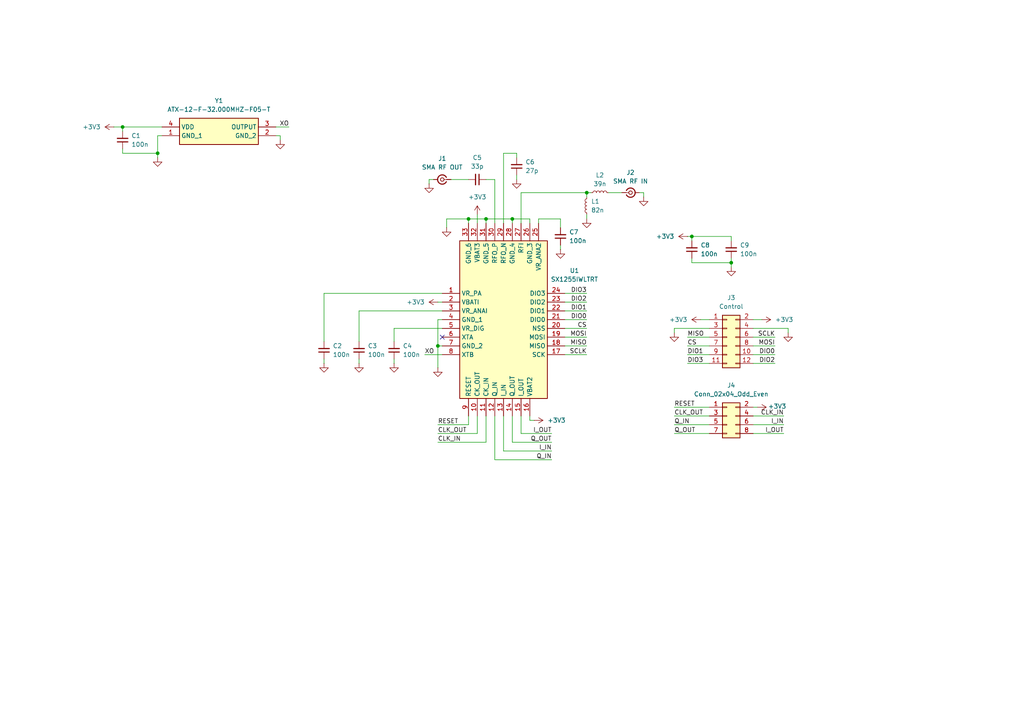
<source format=kicad_sch>
(kicad_sch (version 20250114) (generator "eeschema") (generator_version "9.0")
  (paper "A4")
  (lib_symbols
    (symbol "Connector:Conn_Coaxial_Small" (pin_numbers (hide yes)) (pin_names (offset 1.016) (hide yes))
      (property "Reference" "J" (at 0.254 3.048 0))
      (property "Value" "Conn_Coaxial_Small" (at 0 -3.81 0))
      (symbol "Conn_Coaxial_Small_0_1"
        (polyline (pts (xy -2.54 0) (xy -0.508 0)))
        (circle (center 0 0) (radius 0.508) (stroke (width 0.2032)))
      )
      (symbol "Conn_Coaxial_Small_1_1"
        (arc (start 1.3484 0.0039) (mid 0.327 -1.308) (end -1.1916 -0.6311) (stroke (width 0.3048)))
        (arc (start -1.1916 0.6311) (mid 0.327 1.3081) (end 1.3484 -0.0039) (stroke (width 0.3048)))
        (pin passive line (at -2.54 0 0) (length 1.27) (name "In") (number "1"))
        (pin passive line (at 2.54 0 180) (length 1.27) (name "Ext") (number "2"))
      )
    )
    (symbol "Connector_Generic:Conn_02x04_Odd_Even" (pin_names (offset 1.016) (hide yes))
      (property "Reference" "J" (at 1.27 5.08 0))
      (property "Value" "Conn_02x04_Odd_Even" (at 1.27 -7.62 0))
      (symbol "Conn_02x04_Odd_Even_1_1"
        (rectangle (start -1.27 3.81) (end 3.81 -6.35) (stroke (width 0.254)) (fill (type background)))
        (rectangle (start -1.27 2.667) (end 0 2.413) (stroke (width 0.1524)))
        (rectangle (start -1.27 0.127) (end 0 -0.127) (stroke (width 0.1524)))
        (rectangle (start -1.27 -2.413) (end 0 -2.667) (stroke (width 0.1524)))
        (rectangle (start -1.27 -4.953) (end 0 -5.207) (stroke (width 0.1524)))
        (rectangle (start 3.81 2.667) (end 2.54 2.413) (stroke (width 0.1524)))
        (rectangle (start 3.81 0.127) (end 2.54 -0.127) (stroke (width 0.1524)))
        (rectangle (start 3.81 -2.413) (end 2.54 -2.667) (stroke (width 0.1524)))
        (rectangle (start 3.81 -4.953) (end 2.54 -5.207) (stroke (width 0.1524)))
        (pin passive line (at -5.08 2.54 0) (length 3.81) (name "Pin_1") (number "1"))
        (pin passive line (at -5.08 0 0) (length 3.81) (name "Pin_3") (number "3"))
        (pin passive line (at -5.08 -2.54 0) (length 3.81) (name "Pin_5") (number "5"))
        (pin passive line (at -5.08 -5.08 0) (length 3.81) (name "Pin_7") (number "7"))
        (pin passive line (at 7.62 2.54 180) (length 3.81) (name "Pin_2") (number "2"))
        (pin passive line (at 7.62 0 180) (length 3.81) (name "Pin_4") (number "4"))
        (pin passive line (at 7.62 -2.54 180) (length 3.81) (name "Pin_6") (number "6"))
        (pin passive line (at 7.62 -5.08 180) (length 3.81) (name "Pin_8") (number "8"))
      )
    )
    (symbol "Connector_Generic:Conn_02x06_Odd_Even" (pin_names (offset 1.016) (hide yes))
      (property "Reference" "J" (at 1.27 7.62 0))
      (property "Value" "Conn_02x06_Odd_Even" (at 1.27 -10.16 0))
      (symbol "Conn_02x06_Odd_Even_1_1"
        (rectangle (start -1.27 6.35) (end 3.81 -8.89) (stroke (width 0.254)) (fill (type background)))
        (rectangle (start -1.27 5.207) (end 0 4.953) (stroke (width 0.1524)))
        (rectangle (start -1.27 2.667) (end 0 2.413) (stroke (width 0.1524)))
        (rectangle (start -1.27 0.127) (end 0 -0.127) (stroke (width 0.1524)))
        (rectangle (start -1.27 -2.413) (end 0 -2.667) (stroke (width 0.1524)))
        (rectangle (start -1.27 -4.953) (end 0 -5.207) (stroke (width 0.1524)))
        (rectangle (start -1.27 -7.493) (end 0 -7.747) (stroke (width 0.1524)))
        (rectangle (start 3.81 5.207) (end 2.54 4.953) (stroke (width 0.1524)))
        (rectangle (start 3.81 2.667) (end 2.54 2.413) (stroke (width 0.1524)))
        (rectangle (start 3.81 0.127) (end 2.54 -0.127) (stroke (width 0.1524)))
        (rectangle (start 3.81 -2.413) (end 2.54 -2.667) (stroke (width 0.1524)))
        (rectangle (start 3.81 -4.953) (end 2.54 -5.207) (stroke (width 0.1524)))
        (rectangle (start 3.81 -7.493) (end 2.54 -7.747) (stroke (width 0.1524)))
        (pin passive line (at -5.08 5.08 0) (length 3.81) (name "Pin_1") (number "1"))
        (pin passive line (at -5.08 2.54 0) (length 3.81) (name "Pin_3") (number "3"))
        (pin passive line (at -5.08 0 0) (length 3.81) (name "Pin_5") (number "5"))
        (pin passive line (at -5.08 -2.54 0) (length 3.81) (name "Pin_7") (number "7"))
        (pin passive line (at -5.08 -5.08 0) (length 3.81) (name "Pin_9") (number "9"))
        (pin passive line (at -5.08 -7.62 0) (length 3.81) (name "Pin_11") (number "11"))
        (pin passive line (at 7.62 5.08 180) (length 3.81) (name "Pin_2") (number "2"))
        (pin passive line (at 7.62 2.54 180) (length 3.81) (name "Pin_4") (number "4"))
        (pin passive line (at 7.62 0 180) (length 3.81) (name "Pin_6") (number "6"))
        (pin passive line (at 7.62 -2.54 180) (length 3.81) (name "Pin_8") (number "8"))
        (pin passive line (at 7.62 -5.08 180) (length 3.81) (name "Pin_10") (number "10"))
        (pin passive line (at 7.62 -7.62 180) (length 3.81) (name "Pin_12") (number "12"))
      )
    )
    (symbol "Device:C_Small" (pin_numbers (hide yes)) (pin_names (offset 0.254) (hide yes))
      (property "Reference" "C" (at 0.254 1.778 0))
      (property "Value" "C_Small" (at 0.254 -2.032 0))
      (symbol "C_Small_0_1"
        (polyline (pts (xy -1.524 0.508) (xy 1.524 0.508)) (stroke (width 0.3048)))
        (polyline (pts (xy -1.524 -0.508) (xy 1.524 -0.508)) (stroke (width 0.3302)))
      )
      (symbol "C_Small_1_1"
        (pin passive line (at 0 2.54 270) (length 2.032) (name "~") (number "1"))
        (pin passive line (at 0 -2.54 90) (length 2.032) (name "~") (number "2"))
      )
    )
    (symbol "Device:L_Small" (pin_numbers (hide yes)) (pin_names (offset 0.254) (hide yes))
      (property "Reference" "L" (at 0.762 1.016 0))
      (property "Value" "L_Small" (at 0.762 -1.016 0))
      (symbol "L_Small_0_1"
        (arc (start 0 2.032) (mid 0.5058 1.524) (end 0 1.016))
        (arc (start 0 1.016) (mid 0.5058 0.508) (end 0 0))
        (arc (start 0 0) (mid 0.5058 -0.508) (end 0 -1.016))
        (arc (start 0 -1.016) (mid 0.5058 -1.524) (end 0 -2.032))
      )
      (symbol "L_Small_1_1"
        (pin passive line (at 0 2.54 270) (length 0.508) (name "~") (number "1"))
        (pin passive line (at 0 -2.54 90) (length 0.508) (name "~") (number "2"))
      )
    )
    (symbol "SamacSys_Parts:ATX-12-F-32.000MHZ-F05-T"
      (property "Reference" "Y" (at 29.21 7.62 0))
      (property "Value" "ATX-12-F-32.000MHZ-F05-T" (at 29.21 5.08 0))
      (symbol "ATX-12-F-32.000MHZ-F05-T_1_1"
        (rectangle (start 5.08 2.54) (end 27.94 -5.08) (stroke (width 0.254)) (fill (type background)))
        (pin passive line (at 0 0 0) (length 5.08) (name "VDD") (number "4"))
        (pin passive line (at 0 -2.54 0) (length 5.08) (name "GND_1") (number "1"))
        (pin passive line (at 33.02 0 180) (length 5.08) (name "OUTPUT") (number "3"))
        (pin passive line (at 33.02 -2.54 180) (length 5.08) (name "GND_2") (number "2"))
      )
    )
    (symbol "SamacSys_Parts:SX1255IWLTRT"
      (property "Reference" "IC" (at 31.75 20.32 0))
      (property "Value" "SX1255IWLTRT" (at 31.75 17.78 0))
      (symbol "SX1255IWLTRT_1_1"
        (rectangle (start 5.08 15.24) (end 30.48 -30.48) (stroke (width 0.254)) (fill (type background)))
        (pin passive line (at 0 0 0) (length 5.08) (name "VR_PA") (number "1"))
        (pin passive line (at 0 -2.54 0) (length 5.08) (name "VBATI") (number "2"))
        (pin passive line (at 0 -5.08 0) (length 5.08) (name "VR_ANAI") (number "3"))
        (pin passive line (at 0 -7.62 0) (length 5.08) (name "GND_1") (number "4"))
        (pin passive line (at 0 -10.16 0) (length 5.08) (name "VR_DIG") (number "5"))
        (pin passive line (at 0 -12.7 0) (length 5.08) (name "XTA") (number "6"))
        (pin passive line (at 0 -15.24 0) (length 5.08) (name "GND_2") (number "7"))
        (pin passive line (at 0 -17.78 0) (length 5.08) (name "XTB") (number "8"))
        (pin passive line (at 7.62 20.32 270) (length 5.08) (name "GND_6") (number "33"))
        (pin passive line (at 7.62 -35.56 90) (length 5.08) (name "RESET") (number "9"))
        (pin passive line (at 10.16 20.32 270) (length 5.08) (name "VBAT3") (number "32"))
        (pin passive line (at 10.16 -35.56 90) (length 5.08) (name "CK_OUT") (number "10"))
        (pin passive line (at 12.7 20.32 270) (length 5.08) (name "GND_5") (number "31"))
        (pin passive line (at 12.7 -35.56 90) (length 5.08) (name "CK_IN") (number "11"))
        (pin passive line (at 15.24 20.32 270) (length 5.08) (name "RFO_P") (number "30"))
        (pin passive line (at 15.24 -35.56 90) (length 5.08) (name "Q_IN") (number "12"))
        (pin passive line (at 17.78 20.32 270) (length 5.08) (name "RFO_N") (number "29"))
        (pin passive line (at 17.78 -35.56 90) (length 5.08) (name "I_IN") (number "13"))
        (pin passive line (at 20.32 20.32 270) (length 5.08) (name "GND_4") (number "28"))
        (pin passive line (at 20.32 -35.56 90) (length 5.08) (name "Q_OUT") (number "14"))
        (pin passive line (at 22.86 20.32 270) (length 5.08) (name "RFI") (number "27"))
        (pin passive line (at 22.86 -35.56 90) (length 5.08) (name "I_OUT") (number "15"))
        (pin passive line (at 25.4 20.32 270) (length 5.08) (name "GND_3") (number "26"))
        (pin passive line (at 25.4 -35.56 90) (length 5.08) (name "VBAT2") (number "16"))
        (pin passive line (at 27.94 20.32 270) (length 5.08) (name "VR_ANA2") (number "25"))
        (pin passive line (at 35.56 0 180) (length 5.08) (name "DIO3") (number "24"))
        (pin passive line (at 35.56 -2.54 180) (length 5.08) (name "DIO2") (number "23"))
        (pin passive line (at 35.56 -5.08 180) (length 5.08) (name "DIO1") (number "22"))
        (pin passive line (at 35.56 -7.62 180) (length 5.08) (name "DIO0") (number "21"))
        (pin passive line (at 35.56 -10.16 180) (length 5.08) (name "NSS") (number "20"))
        (pin passive line (at 35.56 -12.7 180) (length 5.08) (name "MOSI") (number "19"))
        (pin passive line (at 35.56 -15.24 180) (length 5.08) (name "MISO") (number "18"))
        (pin passive line (at 35.56 -17.78 180) (length 5.08) (name "SCK") (number "17"))
      )
    )
    (symbol "power:+3V3" (power) (pin_numbers (hide yes)) (pin_names (offset 0) (hide yes))
      (property "Value" "+3V3" (at 0 3.556 0))
      (symbol "+3V3_0_1"
        (polyline (pts (xy -0.762 1.27) (xy 0 2.54)))
        (polyline (pts (xy 0 2.54) (xy 0.762 1.27)))
        (polyline (pts (xy 0 0) (xy 0 2.54)))
      )
      (symbol "+3V3_1_1"
        (pin power_in line (at 0 0 90) (length 0) (name "~") (number "1"))
      )
    )
    (symbol "power:GND" (power) (pin_numbers (hide yes)) (pin_names (offset 0) (hide yes))
      (property "Value" "GND" (at 0 -3.81 0))
      (symbol "GND_0_1"
        (polyline (pts (xy 0 0) (xy 0 -1.27) (xy 1.27 -1.27) (xy 0 -2.54) (xy -1.27 -1.27) (xy 0 -1.27)))
      )
      (symbol "GND_1_1"
        (pin power_in line (at 0 0 270) (length 0) (name "~") (number "1"))
      )
    )
  )
  (junction (at 148.59 63.5))
  (junction (at 212.09 76.2))
  (junction (at 45.72 44.45))
  (junction (at 140.97 63.5))
  (junction (at 35.56 36.83))
  (junction (at 135.89 63.5))
  (junction (at 127 100.33))
  (junction (at 170.18 55.88))
  (junction (at 200.66 68.58))
  (no_connect (at 128.27 97.79))
  (wire (pts (xy 228.6 96.52) (xy 228.6 95.25)))
  (wire (pts (xy 227.33 123.19) (xy 218.44 123.19)))
  (wire (pts (xy 162.56 72.39) (xy 162.56 71.12)))
  (wire (pts (xy 143.51 120.65) (xy 143.51 133.35)))
  (wire (pts (xy 114.3 95.25) (xy 128.27 95.25)))
  (wire (pts (xy 218.44 105.41) (xy 224.79 105.41)))
  (wire (pts (xy 163.83 100.33) (xy 170.18 100.33)))
  (wire (pts (xy 205.74 105.41) (xy 199.39 105.41)))
  (wire (pts (xy 203.2 92.71) (xy 205.74 92.71)))
  (wire (pts (xy 128.27 92.71) (xy 127 92.71)))
  (wire (pts (xy 35.56 36.83) (xy 35.56 38.1)))
  (wire (pts (xy 45.72 39.37) (xy 46.99 39.37)))
  (wire (pts (xy 93.98 105.41) (xy 93.98 104.14)))
  (wire (pts (xy 148.59 128.27) (xy 160.02 128.27)))
  (wire (pts (xy 195.58 118.11) (xy 205.74 118.11)))
  (wire (pts (xy 163.83 87.63) (xy 170.18 87.63)))
  (wire (pts (xy 124.46 52.07) (xy 124.46 53.34)))
  (wire (pts (xy 186.69 57.15) (xy 186.69 55.88)))
  (wire (pts (xy 200.66 76.2) (xy 212.09 76.2)))
  (wire (pts (xy 170.18 55.88) (xy 171.45 55.88)))
  (wire (pts (xy 127 92.71) (xy 127 100.33)))
  (wire (pts (xy 163.83 85.09) (xy 170.18 85.09)))
  (wire (pts (xy 163.83 102.87) (xy 170.18 102.87)))
  (wire (pts (xy 149.86 44.45) (xy 146.05 44.45)))
  (wire (pts (xy 130.81 52.07) (xy 135.89 52.07)))
  (wire (pts (xy 195.58 120.65) (xy 205.74 120.65)))
  (wire (pts (xy 140.97 128.27) (xy 140.97 120.65)))
  (wire (pts (xy 200.66 68.58) (xy 199.39 68.58)))
  (wire (pts (xy 212.09 69.85) (xy 212.09 68.58)))
  (wire (pts (xy 205.74 95.25) (xy 195.58 95.25)))
  (wire (pts (xy 151.13 55.88) (xy 170.18 55.88)))
  (wire (pts (xy 104.14 105.41) (xy 104.14 104.14)))
  (wire (pts (xy 218.44 100.33) (xy 224.79 100.33)))
  (wire (pts (xy 148.59 63.5) (xy 148.59 64.77)))
  (wire (pts (xy 148.59 120.65) (xy 148.59 128.27)))
  (wire (pts (xy 146.05 44.45) (xy 146.05 64.77)))
  (wire (pts (xy 135.89 123.19) (xy 135.89 120.65)))
  (wire (pts (xy 163.83 97.79) (xy 170.18 97.79)))
  (wire (pts (xy 114.3 105.41) (xy 114.3 104.14)))
  (wire (pts (xy 104.14 90.17) (xy 104.14 99.06)))
  (wire (pts (xy 135.89 64.77) (xy 135.89 63.5)))
  (wire (pts (xy 127 100.33) (xy 127 106.68)))
  (wire (pts (xy 200.66 69.85) (xy 200.66 68.58)))
  (wire (pts (xy 143.51 133.35) (xy 160.02 133.35)))
  (wire (pts (xy 163.83 92.71) (xy 170.18 92.71)))
  (wire (pts (xy 195.58 123.19) (xy 205.74 123.19)))
  (wire (pts (xy 156.21 64.77) (xy 156.21 63.5)))
  (wire (pts (xy 138.43 62.23) (xy 138.43 64.77)))
  (wire (pts (xy 153.67 64.77) (xy 153.67 63.5)))
  (wire (pts (xy 146.05 130.81) (xy 146.05 120.65)))
  (wire (pts (xy 114.3 99.06) (xy 114.3 95.25)))
  (wire (pts (xy 128.27 90.17) (xy 104.14 90.17)))
  (wire (pts (xy 154.94 121.92) (xy 153.67 121.92)))
  (wire (pts (xy 148.59 63.5) (xy 140.97 63.5)))
  (wire (pts (xy 35.56 44.45) (xy 45.72 44.45)))
  (wire (pts (xy 135.89 63.5) (xy 129.54 63.5)))
  (wire (pts (xy 160.02 130.81) (xy 146.05 130.81)))
  (wire (pts (xy 212.09 74.93) (xy 212.09 76.2)))
  (wire (pts (xy 176.53 55.88) (xy 180.34 55.88)))
  (wire (pts (xy 195.58 125.73) (xy 205.74 125.73)))
  (wire (pts (xy 127 128.27) (xy 140.97 128.27)))
  (wire (pts (xy 81.28 39.37) (xy 81.28 40.64)))
  (wire (pts (xy 143.51 52.07) (xy 140.97 52.07)))
  (wire (pts (xy 205.74 102.87) (xy 199.39 102.87)))
  (wire (pts (xy 140.97 64.77) (xy 140.97 63.5)))
  (wire (pts (xy 220.98 92.71) (xy 218.44 92.71)))
  (wire (pts (xy 212.09 68.58) (xy 200.66 68.58)))
  (wire (pts (xy 153.67 63.5) (xy 148.59 63.5)))
  (wire (pts (xy 127 100.33) (xy 128.27 100.33)))
  (wire (pts (xy 200.66 74.93) (xy 200.66 76.2)))
  (wire (pts (xy 163.83 90.17) (xy 170.18 90.17)))
  (wire (pts (xy 45.72 44.45) (xy 45.72 39.37)))
  (wire (pts (xy 33.02 36.83) (xy 35.56 36.83)))
  (wire (pts (xy 227.33 120.65) (xy 218.44 120.65)))
  (wire (pts (xy 156.21 63.5) (xy 162.56 63.5)))
  (wire (pts (xy 35.56 43.18) (xy 35.56 44.45)))
  (wire (pts (xy 212.09 76.2) (xy 212.09 77.47)))
  (wire (pts (xy 151.13 125.73) (xy 160.02 125.73)))
  (wire (pts (xy 35.56 36.83) (xy 46.99 36.83)))
  (wire (pts (xy 170.18 55.88) (xy 170.18 57.15)))
  (wire (pts (xy 81.28 39.37) (xy 80.01 39.37)))
  (wire (pts (xy 140.97 63.5) (xy 135.89 63.5)))
  (wire (pts (xy 128.27 85.09) (xy 93.98 85.09)))
  (wire (pts (xy 227.33 125.73) (xy 218.44 125.73)))
  (wire (pts (xy 93.98 85.09) (xy 93.98 99.06)))
  (wire (pts (xy 170.18 62.23) (xy 170.18 63.5)))
  (wire (pts (xy 218.44 97.79) (xy 224.79 97.79)))
  (wire (pts (xy 143.51 64.77) (xy 143.51 52.07)))
  (wire (pts (xy 205.74 100.33) (xy 199.39 100.33)))
  (wire (pts (xy 151.13 64.77) (xy 151.13 55.88)))
  (wire (pts (xy 205.74 97.79) (xy 199.39 97.79)))
  (wire (pts (xy 138.43 125.73) (xy 138.43 120.65)))
  (wire (pts (xy 80.01 36.83) (xy 83.82 36.83)))
  (wire (pts (xy 127 125.73) (xy 138.43 125.73)))
  (wire (pts (xy 127 123.19) (xy 135.89 123.19)))
  (wire (pts (xy 186.69 55.88) (xy 185.42 55.88)))
  (wire (pts (xy 149.86 44.45) (xy 149.86 45.72)))
  (wire (pts (xy 153.67 121.92) (xy 153.67 120.65)))
  (wire (pts (xy 45.72 45.72) (xy 45.72 44.45)))
  (wire (pts (xy 219.71 118.11) (xy 218.44 118.11)))
  (wire (pts (xy 218.44 102.87) (xy 224.79 102.87)))
  (wire (pts (xy 163.83 95.25) (xy 170.18 95.25)))
  (wire (pts (xy 127 87.63) (xy 128.27 87.63)))
  (wire (pts (xy 228.6 95.25) (xy 218.44 95.25)))
  (wire (pts (xy 151.13 120.65) (xy 151.13 125.73)))
  (wire (pts (xy 195.58 95.25) (xy 195.58 96.52)))
  (wire (pts (xy 149.86 52.07) (xy 149.86 50.8)))
  (wire (pts (xy 123.19 102.87) (xy 128.27 102.87)))
  (wire (pts (xy 162.56 63.5) (xy 162.56 66.04)))
  (wire (pts (xy 129.54 63.5) (xy 129.54 66.04)))
  (wire (pts (xy 124.46 52.07) (xy 125.73 52.07)))
  (label "I_OUT" (at 227.33 125.73 180))
  (label "MOSI" (at 170.18 97.79 180))
  (label "MISO" (at 199.39 97.79 0))
  (label "CLK_IN" (at 127 128.27 0))
  (label "CLK_OUT" (at 195.58 120.65 0))
  (label "DIO0" (at 170.18 92.71 180))
  (label "DIO1" (at 199.39 102.87 0))
  (label "RESET" (at 127 123.19 0))
  (label "XO" (at 83.82 36.83 180))
  (label "CS" (at 199.39 100.33 0))
  (label "CLK_OUT" (at 127 125.73 0))
  (label "DIO2" (at 170.18 87.63 180))
  (label "DIO2" (at 224.79 105.41 180))
  (label "I_IN" (at 160.02 130.81 180))
  (label "DIO0" (at 224.79 102.87 180))
  (label "DIO3" (at 199.39 105.41 0))
  (label "RESET" (at 195.58 118.11 0))
  (label "MISO" (at 170.18 100.33 180))
  (label "I_IN" (at 227.33 123.19 180))
  (label "MOSI" (at 224.79 100.33 180))
  (label "CS" (at 170.18 95.25 180))
  (label "Q_IN" (at 160.02 133.35 180))
  (label "DIO1" (at 170.18 90.17 180))
  (label "DIO3" (at 170.18 85.09 180))
  (label "SCLK" (at 224.79 97.79 180))
  (label "CLK_IN" (at 227.33 120.65 180))
  (label "I_OUT" (at 160.02 125.73 180))
  (label "Q_OUT" (at 195.58 125.73 0))
  (label "Q_OUT" (at 160.02 128.27 180))
  (label "SCLK" (at 170.18 102.87 180))
  (label "XO" (at 123.19 102.87 0))
  (label "Q_IN" (at 195.58 123.19 0))
  (symbol (lib_id "Device:L_Small") (at 170.18 59.69 180) (unit 1)
    (property "Reference" "L1" (at 171.45 58.4199 0) (effects (justify right)))
    (property "Value" "82n" (at 171.45 60.9599 0) (effects (justify right)))
    (property "Footprint" "Inductor_SMD:L_0402_1005Metric" (effects (hide yes)))
    (property "Description" "Inductor, small symbol" (effects (hide yes)))
  )
  (symbol (lib_id "power:GND") (at 162.56 72.39 0) (unit 1)
    (property "Reference" "#PWR014" (effects (hide yes)))
    (property "Value" "GND" (effects (hide yes)))
    (property "Description" "Power symbol creates a global label with name \"GND\" , ground" (effects (hide yes)))
  )
  (symbol (lib_id "Device:C_Small") (at 149.86 48.26 180) (unit 1)
    (property "Reference" "C6" (at 152.4 46.9835 0) (effects (justify right)))
    (property "Value" "27p" (at 152.4 49.5235 0) (effects (justify right)))
    (property "Footprint" "Capacitor_SMD:C_0402_1005Metric" (effects (hide yes)))
    (property "Description" "Unpolarized capacitor, small symbol" (effects (hide yes)))
  )
  (symbol (lib_id "power:+3V3") (at 203.2 92.71 90) (unit 1)
    (property "Reference" "#PWR019" (effects (hide yes)))
    (property "Value" "+3V3" (at 199.39 92.7099 90) (effects (justify left)))
    (property "Description" "Power symbol creates a global label with name \"+3V3\"" (effects (hide yes)))
  )
  (symbol (lib_id "Device:C_Small") (at 104.14 101.6 180) (unit 1)
    (property "Reference" "C3" (at 106.68 100.3235 0) (effects (justify right)))
    (property "Value" "100n" (at 106.68 102.8635 0) (effects (justify right)))
    (property "Footprint" "Capacitor_SMD:C_0402_1005Metric" (effects (hide yes)))
    (property "Description" "Unpolarized capacitor, small symbol" (effects (hide yes)))
  )
  (symbol (lib_id "Device:C_Small") (at 35.56 40.64 180) (unit 1)
    (property "Reference" "C1" (at 38.1 39.3635 0) (effects (justify right)))
    (property "Value" "100n" (at 38.1 41.9035 0) (effects (justify right)))
    (property "Footprint" "Capacitor_SMD:C_0402_1005Metric" (effects (hide yes)))
    (property "Description" "Unpolarized capacitor, small symbol" (effects (hide yes)))
  )
  (symbol (lib_id "power:GND") (at 186.69 57.15 0) (unit 1)
    (property "Reference" "#PWR016" (effects (hide yes)))
    (property "Value" "GND" (effects (hide yes)))
    (property "Description" "Power symbol creates a global label with name \"GND\" , ground" (effects (hide yes)))
  )
  (symbol (lib_id "power:GND") (at 127 106.68 0) (unit 1)
    (property "Reference" "#PWR09" (effects (hide yes)))
    (property "Value" "GND" (effects (hide yes)))
    (property "Description" "Power symbol creates a global label with name \"GND\" , ground" (effects (hide yes)))
  )
  (symbol (lib_id "power:GND") (at 114.3 105.41 0) (unit 1)
    (property "Reference" "#PWR06" (effects (hide yes)))
    (property "Value" "GND" (effects (hide yes)))
    (property "Description" "Power symbol creates a global label with name \"GND\" , ground" (effects (hide yes)))
  )
  (symbol (lib_id "power:+3V3") (at 199.39 68.58 90) (unit 1)
    (property "Reference" "#PWR018" (effects (hide yes)))
    (property "Value" "+3V3" (at 195.58 68.5799 90) (effects (justify left)))
    (property "Description" "Power symbol creates a global label with name \"+3V3\"" (effects (hide yes)))
  )
  (symbol (lib_id "power:GND") (at 195.58 96.52 0) (unit 1)
    (property "Reference" "#PWR017" (effects (hide yes)))
    (property "Value" "GND" (effects (hide yes)))
    (property "Description" "Power symbol creates a global label with name \"GND\" , ground" (effects (hide yes)))
  )
  (symbol (lib_id "SamacSys_Parts:ATX-12-F-32.000MHZ-F05-T") (at 46.99 36.83 0) (unit 1)
    (property "Reference" "Y1" (at 63.5 29.21 0))
    (property "Value" "ATX-12-F-32.000MHZ-F05-T" (at 63.5 31.75 0))
    (property "Footprint" "SamacSys_Parts:ATX12F32000MHZF05T" (effects (hide yes)))
    (property "Datasheet" "https://abracon.com/datasheets/AVTX-12.pdf" (effects (hide yes)))
    (property "Description" "ABRACON - ATX-12-F-32.000MHZ-F05-T - TCXO, 32 MHz, 0.5 ppm, SMD, 2.5mm x 2mm, Clipped Sinewave, ATX-12 Series" (effects (hide yes)))
    (property "Height" "1" (effects (hide yes)))
    (property "Mouser Part Number" "815-ATX12F32000MF05T" (effects (hide yes)))
    (property "Mouser Price/Stock" "https://www.mouser.co.uk/ProductDetail/ABRACON/ATX-12-F-32.000MHz-F05-T?qs=iLbezkQI%252BsiaCl9MtrWugw%3D%3D" (effects (hide yes)))
    (property "Manufacturer_Name" "ABRACON" (effects (hide yes)))
    (property "Manufacturer_Part_Number" "ATX-12-F-32.000MHZ-F05-T" (effects (hide yes)))
  )
  (symbol (lib_id "power:GND") (at 93.98 105.41 0) (unit 1)
    (property "Reference" "#PWR04" (effects (hide yes)))
    (property "Value" "GND" (effects (hide yes)))
    (property "Description" "Power symbol creates a global label with name \"GND\" , ground" (effects (hide yes)))
  )
  (symbol (lib_id "SamacSys_Parts:SX1255IWLTRT") (at 128.27 85.09 0) (unit 1)
    (property "Reference" "U1" (at 166.624 78.486 0))
    (property "Value" "SX1255IWLTRT" (at 166.624 81.026 0))
    (property "Footprint" "SamacSys_Parts:QFN50P500X500X80-33N-D" (effects (hide yes)))
    (property "Datasheet" "https://datasheet.datasheetarchive.com/originals/distributors/DKDS-5/90665.pdf" (effects (hide yes)))
    (property "Description" "RF Transceiver RF Front End Transceiver" (effects (hide yes)))
    (property "Height" "0.8" (effects (hide yes)))
    (property "Mouser Part Number" "947-SX1255IWLTRT" (effects (hide yes)))
    (property "Mouser Price/Stock" "https://www.mouser.co.uk/ProductDetail/Semtech/SX1255IWLTRT?qs=rBWM4%252BvDhIdl5dK4JoeveQ%3D%3D" (effects (hide yes)))
    (property "Manufacturer_Name" "SEMTECH" (effects (hide yes)))
    (property "Manufacturer_Part_Number" "SX1255IWLTRT" (effects (hide yes)))
  )
  (symbol (lib_id "Device:C_Small") (at 93.98 101.6 180) (unit 1)
    (property "Reference" "C2" (at 96.52 100.3235 0) (effects (justify right)))
    (property "Value" "100n" (at 96.52 102.8635 0) (effects (justify right)))
    (property "Footprint" "Capacitor_SMD:C_0402_1005Metric" (effects (hide yes)))
    (property "Description" "Unpolarized capacitor, small symbol" (effects (hide yes)))
  )
  (symbol (lib_id "power:GND") (at 228.6 96.52 0) (unit 1)
    (property "Reference" "#PWR023" (effects (hide yes)))
    (property "Value" "GND" (effects (hide yes)))
    (property "Description" "Power symbol creates a global label with name \"GND\" , ground" (effects (hide yes)))
  )
  (symbol (lib_id "power:GND") (at 81.28 40.64 0) (unit 1)
    (property "Reference" "#PWR03" (effects (hide yes)))
    (property "Value" "GND" (effects (hide yes)))
    (property "Description" "Power symbol creates a global label with name \"GND\" , ground" (effects (hide yes)))
  )
  (symbol (lib_id "Connector:Conn_Coaxial_Small") (at 128.27 52.07 180) (unit 1)
    (property "Reference" "J1" (at 128.27 45.974 0))
    (property "Value" "SMA RF OUT" (at 128.27 48.514 0))
    (property "Footprint" "Connector_Coaxial:SMA_Samtec_SMA-J-P-H-ST-EM1_EdgeMount" (effects (hide yes)))
    (property "Description" "small coaxial connector (BNC, SMA, SMB, SMC, Cinch/RCA, LEMO, ...)" (effects (hide yes)))
  )
  (symbol (lib_id "Device:L_Small") (at 173.99 55.88 90) (unit 1)
    (property "Reference" "L2" (at 173.99 50.8 90))
    (property "Value" "39n" (at 173.99 53.34 90))
    (property "Footprint" "Inductor_SMD:L_0402_1005Metric" (effects (hide yes)))
    (property "Description" "Inductor, small symbol" (effects (hide yes)))
  )
  (symbol (lib_id "power:+3V3") (at 219.71 118.11 270) (unit 1)
    (property "Reference" "#PWR020" (effects (hide yes)))
    (property "Value" "+3V3" (at 222.758 117.856 90) (effects (justify left)))
    (property "Description" "Power symbol creates a global label with name \"+3V3\"" (effects (hide yes)))
  )
  (symbol (lib_id "power:+3V3") (at 154.94 121.92 270) (unit 1)
    (property "Reference" "#PWR013" (effects (hide yes)))
    (property "Value" "+3V3" (at 158.75 121.9199 90) (effects (justify left)))
    (property "Description" "Power symbol creates a global label with name \"+3V3\"" (effects (hide yes)))
  )
  (symbol (lib_id "power:GND") (at 149.86 52.07 0) (unit 1)
    (property "Reference" "#PWR012" (effects (hide yes)))
    (property "Value" "GND" (effects (hide yes)))
    (property "Description" "Power symbol creates a global label with name \"GND\" , ground" (effects (hide yes)))
  )
  (symbol (lib_id "power:GND") (at 104.14 105.41 0) (unit 1)
    (property "Reference" "#PWR05" (effects (hide yes)))
    (property "Value" "GND" (effects (hide yes)))
    (property "Description" "Power symbol creates a global label with name \"GND\" , ground" (effects (hide yes)))
  )
  (symbol (lib_id "power:+3V3") (at 127 87.63 90) (unit 1)
    (property "Reference" "#PWR08" (effects (hide yes)))
    (property "Value" "+3V3" (at 123.19 87.6299 90) (effects (justify left)))
    (property "Description" "Power symbol creates a global label with name \"+3V3\"" (effects (hide yes)))
  )
  (symbol (lib_id "Connector_Generic:Conn_02x06_Odd_Even") (at 210.82 97.79 0) (unit 1)
    (property "Reference" "J3" (at 212.09 86.36 0))
    (property "Value" "Control" (at 212.09 88.9 0))
    (property "Footprint" "Connector_PinSocket_2.54mm:PinSocket_2x06_P2.54mm_Vertical" (effects (hide yes)))
    (property "Description" "Generic connector, double row, 02x06, odd/even pin numbering scheme (row 1 odd numbers, row 2 even numbers), script generated (kicad-library-utils/schlib/autogen/connector/)" (effects (hide yes)))
  )
  (symbol (lib_id "power:+3V3") (at 220.98 92.71 270) (unit 1)
    (property "Reference" "#PWR022" (effects (hide yes)))
    (property "Value" "+3V3" (at 224.79 92.7099 90) (effects (justify left)))
    (property "Description" "Power symbol creates a global label with name \"+3V3\"" (effects (hide yes)))
  )
  (symbol (lib_id "power:+3V3") (at 138.43 62.23 0) (unit 1)
    (property "Reference" "#PWR011" (effects (hide yes)))
    (property "Value" "+3V3" (at 138.43 57.15 0))
    (property "Description" "Power symbol creates a global label with name \"+3V3\"" (effects (hide yes)))
  )
  (symbol (lib_id "Device:C_Small") (at 138.43 52.07 270) (unit 1)
    (property "Reference" "C5" (at 138.4236 45.72 90))
    (property "Value" "33p" (at 138.4236 48.26 90))
    (property "Footprint" "Capacitor_SMD:C_0402_1005Metric" (effects (hide yes)))
    (property "Description" "Unpolarized capacitor, small symbol" (effects (hide yes)))
  )
  (symbol (lib_id "Device:C_Small") (at 200.66 72.39 180) (unit 1)
    (property "Reference" "C8" (at 203.2 71.1135 0) (effects (justify right)))
    (property "Value" "100n" (at 203.2 73.6535 0) (effects (justify right)))
    (property "Footprint" "Capacitor_SMD:C_0402_1005Metric" (effects (hide yes)))
    (property "Description" "Unpolarized capacitor, small symbol" (effects (hide yes)))
  )
  (symbol (lib_id "Device:C_Small") (at 162.56 68.58 180) (unit 1)
    (property "Reference" "C7" (at 165.1 67.3035 0) (effects (justify right)))
    (property "Value" "100n" (at 165.1 69.8435 0) (effects (justify right)))
    (property "Footprint" "Capacitor_SMD:C_0402_1005Metric" (effects (hide yes)))
    (property "Description" "Unpolarized capacitor, small symbol" (effects (hide yes)))
  )
  (symbol (lib_id "power:GND") (at 212.09 77.47 0) (unit 1)
    (property "Reference" "#PWR021" (effects (hide yes)))
    (property "Value" "GND" (effects (hide yes)))
    (property "Description" "Power symbol creates a global label with name \"GND\" , ground" (effects (hide yes)))
  )
  (symbol (lib_id "Connector:Conn_Coaxial_Small") (at 182.88 55.88 0) (unit 1)
    (property "Reference" "J2" (at 182.88 50.038 0))
    (property "Value" "SMA RF IN" (at 182.88 52.578 0))
    (property "Footprint" "Connector_Coaxial:SMA_Samtec_SMA-J-P-H-ST-EM1_EdgeMount" (effects (hide yes)))
    (property "Description" "small coaxial connector (BNC, SMA, SMB, SMC, Cinch/RCA, LEMO, ...)" (effects (hide yes)))
  )
  (symbol (lib_id "power:+3V3") (at 33.02 36.83 90) (unit 1)
    (property "Reference" "#PWR01" (effects (hide yes)))
    (property "Value" "+3V3" (at 29.21 36.8299 90) (effects (justify left)))
    (property "Description" "Power symbol creates a global label with name \"+3V3\"" (effects (hide yes)))
  )
  (symbol (lib_id "power:GND") (at 45.72 45.72 0) (unit 1)
    (property "Reference" "#PWR02" (effects (hide yes)))
    (property "Value" "GND" (effects (hide yes)))
    (property "Description" "Power symbol creates a global label with name \"GND\" , ground" (effects (hide yes)))
  )
  (symbol (lib_id "power:GND") (at 170.18 63.5 0) (unit 1)
    (property "Reference" "#PWR015" (effects (hide yes)))
    (property "Value" "GND" (effects (hide yes)))
    (property "Description" "Power symbol creates a global label with name \"GND\" , ground" (effects (hide yes)))
  )
  (symbol (lib_id "power:GND") (at 129.54 66.04 0) (unit 1)
    (property "Reference" "#PWR010" (effects (hide yes)))
    (property "Value" "GND" (effects (hide yes)))
    (property "Description" "Power symbol creates a global label with name \"GND\" , ground" (effects (hide yes)))
  )
  (symbol (lib_id "Device:C_Small") (at 114.3 101.6 180) (unit 1)
    (property "Reference" "C4" (at 116.84 100.3235 0) (effects (justify right)))
    (property "Value" "100n" (at 116.84 102.8635 0) (effects (justify right)))
    (property "Footprint" "Capacitor_SMD:C_0402_1005Metric" (effects (hide yes)))
    (property "Description" "Unpolarized capacitor, small symbol" (effects (hide yes)))
  )
  (symbol (lib_id "Connector_Generic:Conn_02x04_Odd_Even") (at 210.82 120.65 0) (unit 1)
    (property "Reference" "J4" (at 212.09 111.76 0))
    (property "Value" "Conn_02x04_Odd_Even" (at 212.09 114.3 0))
    (property "Footprint" "Connector_PinSocket_2.54mm:PinSocket_2x04_P2.54mm_Vertical" (effects (hide yes)))
    (property "Description" "Generic connector, double row, 02x04, odd/even pin numbering scheme (row 1 odd numbers, row 2 even numbers), script generated (kicad-library-utils/schlib/autogen/connector/)" (effects (hide yes)))
  )
  (symbol (lib_id "power:GND") (at 124.46 53.34 0) (unit 1)
    (property "Reference" "#PWR07" (effects (hide yes)))
    (property "Value" "GND" (effects (hide yes)))
    (property "Description" "Power symbol creates a global label with name \"GND\" , ground" (effects (hide yes)))
  )
  (symbol (lib_id "Device:C_Small") (at 212.09 72.39 180) (unit 1)
    (property "Reference" "C9" (at 214.63 71.1135 0) (effects (justify right)))
    (property "Value" "100n" (at 214.63 73.6535 0) (effects (justify right)))
    (property "Footprint" "Capacitor_SMD:C_0402_1005Metric" (effects (hide yes)))
    (property "Description" "Unpolarized capacitor, small symbol" (effects (hide yes)))
  )
)
</source>
